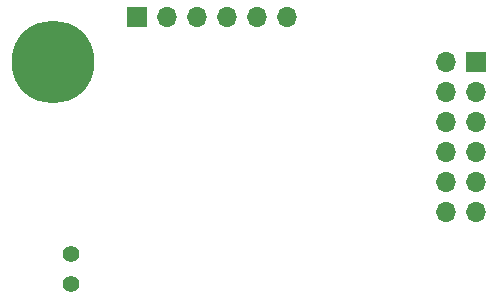
<source format=gbr>
G04 #@! TF.FileFunction,Soldermask,Bot*
%FSLAX46Y46*%
G04 Gerber Fmt 4.6, Leading zero omitted, Abs format (unit mm)*
G04 Created by KiCad (PCBNEW 4.0.5) date 04/03/17 14:37:35*
%MOMM*%
%LPD*%
G01*
G04 APERTURE LIST*
%ADD10C,0.100000*%
%ADD11C,7.000000*%
%ADD12R,1.700000X1.700000*%
%ADD13O,1.700000X1.700000*%
%ADD14C,1.400000*%
G04 APERTURE END LIST*
D10*
D11*
X158750000Y-105410000D03*
D12*
X165862000Y-101600000D03*
D13*
X168402000Y-101600000D03*
X170942000Y-101600000D03*
X173482000Y-101600000D03*
X176022000Y-101600000D03*
X178562000Y-101600000D03*
D14*
X160274000Y-121666000D03*
X160274000Y-124206000D03*
D12*
X194564000Y-105410000D03*
D13*
X192024000Y-105410000D03*
X194564000Y-107950000D03*
X192024000Y-107950000D03*
X194564000Y-110490000D03*
X192024000Y-110490000D03*
X194564000Y-113030000D03*
X192024000Y-113030000D03*
X194564000Y-115570000D03*
X192024000Y-115570000D03*
X194564000Y-118110000D03*
X192024000Y-118110000D03*
M02*

</source>
